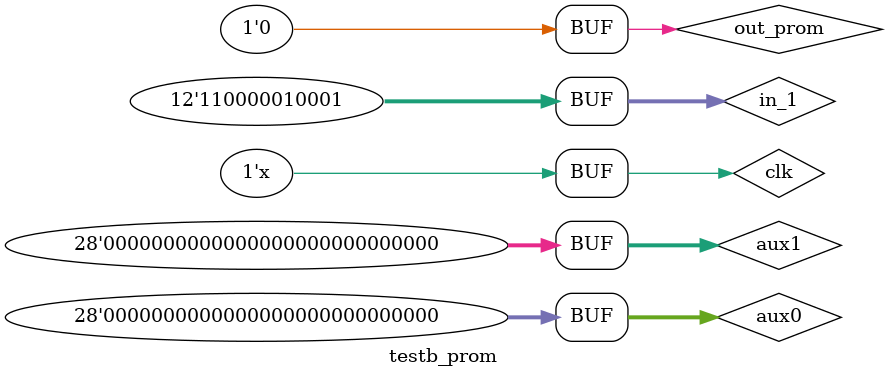
<source format=sv>
`timescale 1ps / 1ps

module testb_prom;

//Parameterized values
parameter Q = 15;
parameter N = 28;

//Entrada
// Entradas 
logic [11:0] in_1;
logic clk;
//Salidas
logic [11:0] out_1;

//parameter DIEZ = 327680; // DIEZ = 10

/////////////////////////////////////////////// MODULO ///////////////////////////////////////////

logic [N-1:0] aux0; 
logic [N-1:0] aux1; 
//logic [N-1:0] aux2; logic [N-1:0] aux3; 
//logic [N-1:0] aux4; logic [N-1:0] aux5; 
//logic [N-1:0] aux6; logic [N-1:0] aux7; 
//logic [N-1:0] aux8; logic [N-1:0] aux9; 

logic [N-1:0] sum1;    
qadd #(Q,N) sum_1 ( in_1, in_1,out_1 );

//logic [N-1:0] sum2;    
//qadd #(Q,N) sum_2 ( sum1, aux2, sum2);

//logic [N-1:0] sum3;    
//qadd #(Q,N) sum_3 ( sum2, aux3, sum3);

//logic [N-1:0] sum4;    
//qadd #(Q,N) sum_4 ( sum3, aux4, sum4);

//logic [N-1:0] sum5;    
//qadd #(Q,N) sum_5 ( sum4, aux5, sum5);

//logic [N-1:0] sum6;    
//qadd #(Q,N) sum_6 ( sum5, aux6, sum6);

//logic [N-1:0] sum7;    
//qadd #(Q,N) sum_7 ( sum6, aux7, sum7);

//logic [N-1:0] sum8;    
//qadd #(Q,N) sum_8 ( sum7, aux8, sum8);

//logic [N-1:0] sum9;    
//qadd #(Q,N) sum_9 ( sum8, aux9, sum9);

//logic [N-1:0]  out_prom;
//division #(Q,N) div1 (sum9,DIEZ,clk,out_prom);


//always_ff @(posedge clk) begin

////    aux9 <= aux8;
////    aux8 <= aux7;
////    aux7 <= aux6;
////    aux6 <= aux5;
////    aux5 <= aux4;
////    aux4 <= aux3;
////    aux3 <= aux2;
////    aux2 <= aux1;
//    aux1 <= aux0;
//    aux0[26:15] <= in_1;
//    out_1 <= sum1[26:15];
 
//end


initial begin
    // Initialize Inputs
    clk = 0;
    in_1 = 3089;
    aux0 = 0; 
    aux1 = 0; 
//    aux2 = 0; aux3 = 0; 
//    aux4 = 0; aux5 = 0; 
//    aux6 = 0; aux7 = 0; 
//    aux8 = 0; aux9 = 0;
    out_prom = 0;     
end

always
begin
    #5 clk = ~clk;
end        

endmodule

</source>
